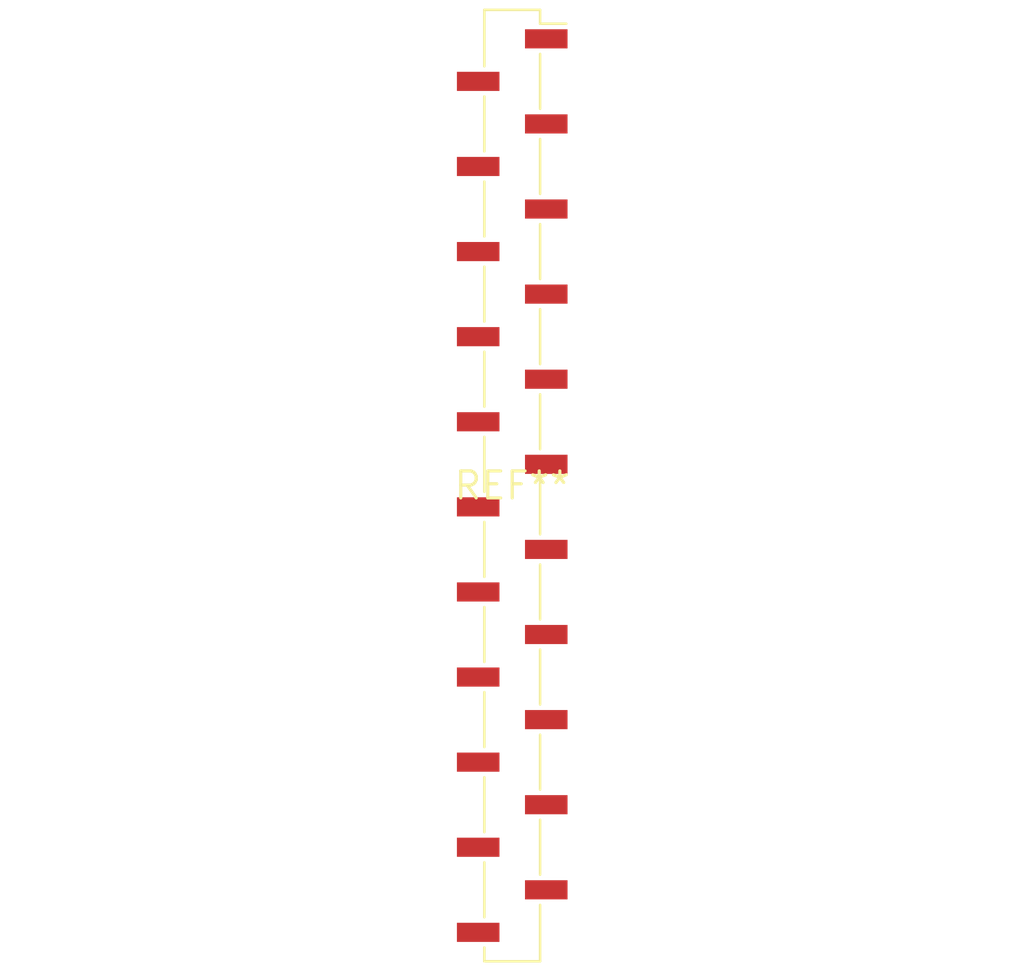
<source format=kicad_pcb>
(kicad_pcb (version 20240108) (generator pcbnew)
  (layers (0 "F.Cu" signal) (31 "B.Cu" signal) (34 "B.Paste" user) (35 "F.Paste" user) (36 "B.SilkS" user "B.Silkscreen") (37 "F.SilkS" user "F.Silkscreen") (38 "B.Mask" user) (39 "F.Mask" user) (44 "Edge.Cuts" user))
  (net 0 "")
  (footprint "PinSocket_1x22_P2.00mm_Vertical_SMD_Pin1Right" (layer "F.Cu") (at 0 0)
    (property "Reference" "REF**")
    (property "Value" "PinSocket_1x22_P2.00mm_Vertical_SMD_Pin1Right")
    (fp_line (start -1.31 -22.36) (end -1.31 -19.71) (layer "F.SilkS") (stroke (width 0.12)))
    (fp_line (start -1.31 -22.36) (end 1.31 -22.36) (layer "F.SilkS") (stroke (width 0.12)))
    (fp_line (start -1.31 -18.29) (end -1.31 -15.71) (layer "F.SilkS") (stroke (width 0.12)))
    (fp_line (start -1.31 -14.29) (end -1.31 -11.71) (layer "F.SilkS") (stroke (width 0.12)))
    (fp_line (start -1.31 -10.29) (end -1.31 -7.71) (layer "F.SilkS") (stroke (width 0.12)))
    (fp_line (start -1.31 -6.29) (end -1.31 -3.71) (layer "F.SilkS") (stroke (width 0.12)))
    (fp_line (start -1.31 -2.29) (end -1.31 0.29) (layer "F.SilkS") (stroke (width 0.12)))
    (fp_line (start -1.31 1.71) (end -1.31 4.29) (layer "F.SilkS") (stroke (width 0.12)))
    (fp_line (start -1.31 5.71) (end -1.31 8.29) (layer "F.SilkS") (stroke (width 0.12)))
    (fp_line (start -1.31 9.71) (end -1.31 12.29) (layer "F.SilkS") (stroke (width 0.12)))
    (fp_line (start -1.31 13.71) (end -1.31 16.29) (layer "F.SilkS") (stroke (width 0.12)))
    (fp_line (start -1.31 17.71) (end -1.31 20.29) (layer "F.SilkS") (stroke (width 0.12)))
    (fp_line (start -1.31 21.71) (end -1.31 22.36) (layer "F.SilkS") (stroke (width 0.12)))
    (fp_line (start -1.31 22.36) (end 1.31 22.36) (layer "F.SilkS") (stroke (width 0.12)))
    (fp_line (start 1.31 -22.36) (end 1.31 -21.71) (layer "F.SilkS") (stroke (width 0.12)))
    (fp_line (start 1.31 -21.71) (end 2.54 -21.71) (layer "F.SilkS") (stroke (width 0.12)))
    (fp_line (start 1.31 -20.29) (end 1.31 -17.71) (layer "F.SilkS") (stroke (width 0.12)))
    (fp_line (start 1.31 -16.29) (end 1.31 -13.71) (layer "F.SilkS") (stroke (width 0.12)))
    (fp_line (start 1.31 -12.29) (end 1.31 -9.71) (layer "F.SilkS") (stroke (width 0.12)))
    (fp_line (start 1.31 -8.29) (end 1.31 -5.71) (layer "F.SilkS") (stroke (width 0.12)))
    (fp_line (start 1.31 -4.29) (end 1.31 -1.71) (layer "F.SilkS") (stroke (width 0.12)))
    (fp_line (start 1.31 -0.29) (end 1.31 2.29) (layer "F.SilkS") (stroke (width 0.12)))
    (fp_line (start 1.31 3.71) (end 1.31 6.29) (layer "F.SilkS") (stroke (width 0.12)))
    (fp_line (start 1.31 7.71) (end 1.31 10.29) (layer "F.SilkS") (stroke (width 0.12)))
    (fp_line (start 1.31 11.71) (end 1.31 14.29) (layer "F.SilkS") (stroke (width 0.12)))
    (fp_line (start 1.31 15.71) (end 1.31 18.29) (layer "F.SilkS") (stroke (width 0.12)))
    (fp_line (start 1.31 19.71) (end 1.31 22.36) (layer "F.SilkS") (stroke (width 0.12)))
    (pad "1" smd rect (at 1.6 -21) (size 2 0.9) (layers "F.Cu" "F.Paste" "F.Mask"))
    (pad "2" smd rect (at -1.6 -19) (size 2 0.9) (layers "F.Cu" "F.Paste" "F.Mask"))
    (pad "3" smd rect (at 1.6 -17) (size 2 0.9) (layers "F.Cu" "F.Paste" "F.Mask"))
    (pad "4" smd rect (at -1.6 -15) (size 2 0.9) (layers "F.Cu" "F.Paste" "F.Mask"))
    (pad "5" smd rect (at 1.6 -13) (size 2 0.9) (layers "F.Cu" "F.Paste" "F.Mask"))
    (pad "6" smd rect (at -1.6 -11) (size 2 0.9) (layers "F.Cu" "F.Paste" "F.Mask"))
    (pad "7" smd rect (at 1.6 -9) (size 2 0.9) (layers "F.Cu" "F.Paste" "F.Mask"))
    (pad "8" smd rect (at -1.6 -7) (size 2 0.9) (layers "F.Cu" "F.Paste" "F.Mask"))
    (pad "9" smd rect (at 1.6 -5) (size 2 0.9) (layers "F.Cu" "F.Paste" "F.Mask"))
    (pad "10" smd rect (at -1.6 -3) (size 2 0.9) (layers "F.Cu" "F.Paste" "F.Mask"))
    (pad "11" smd rect (at 1.6 -1) (size 2 0.9) (layers "F.Cu" "F.Paste" "F.Mask"))
    (pad "12" smd rect (at -1.6 1) (size 2 0.9) (layers "F.Cu" "F.Paste" "F.Mask"))
    (pad "13" smd rect (at 1.6 3) (size 2 0.9) (layers "F.Cu" "F.Paste" "F.Mask"))
    (pad "14" smd rect (at -1.6 5) (size 2 0.9) (layers "F.Cu" "F.Paste" "F.Mask"))
    (pad "15" smd rect (at 1.6 7) (size 2 0.9) (layers "F.Cu" "F.Paste" "F.Mask"))
    (pad "16" smd rect (at -1.6 9) (size 2 0.9) (layers "F.Cu" "F.Paste" "F.Mask"))
    (pad "17" smd rect (at 1.6 11) (size 2 0.9) (layers "F.Cu" "F.Paste" "F.Mask"))
    (pad "18" smd rect (at -1.6 13) (size 2 0.9) (layers "F.Cu" "F.Paste" "F.Mask"))
    (pad "19" smd rect (at 1.6 15) (size 2 0.9) (layers "F.Cu" "F.Paste" "F.Mask"))
    (pad "20" smd rect (at -1.6 17) (size 2 0.9) (layers "F.Cu" "F.Paste" "F.Mask"))
    (pad "21" smd rect (at 1.6 19) (size 2 0.9) (layers "F.Cu" "F.Paste" "F.Mask"))
    (pad "22" smd rect (at -1.6 21) (size 2 0.9) (layers "F.Cu" "F.Paste" "F.Mask"))
  )
)
</source>
